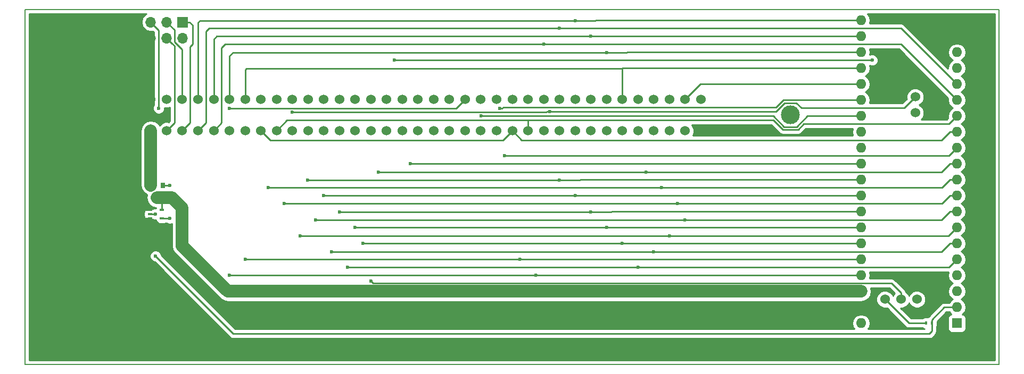
<source format=gbr>
G04 #@! TF.FileFunction,Copper,L1,Top,Signal*
%FSLAX46Y46*%
G04 Gerber Fmt 4.6, Leading zero omitted, Abs format (unit mm)*
G04 Created by KiCad (PCBNEW 4.0.4-stable) date 11/18/18 17:44:52*
%MOMM*%
%LPD*%
G01*
G04 APERTURE LIST*
%ADD10C,0.100000*%
%ADD11C,0.150000*%
%ADD12C,1.524000*%
%ADD13R,1.700000X1.700000*%
%ADD14O,1.700000X1.700000*%
%ADD15R,0.800000X0.900000*%
%ADD16R,0.400000X0.600000*%
%ADD17R,0.650000X0.400000*%
%ADD18R,1.600000X1.600000*%
%ADD19O,1.600000X1.600000*%
%ADD20C,3.000000*%
%ADD21C,0.600000*%
%ADD22C,0.250000*%
%ADD23C,2.000000*%
%ADD24C,0.254000*%
G04 APERTURE END LIST*
D10*
D11*
X225200000Y-69800000D02*
X225200000Y-126400000D01*
X70200000Y-69800000D02*
X225200000Y-69800000D01*
X70200000Y-126400000D02*
X70200000Y-69800000D01*
X225200000Y-126400000D02*
X70200000Y-126400000D01*
D12*
X177741350Y-89107334D03*
X175241350Y-89107334D03*
X172741350Y-89107334D03*
X170241350Y-89107334D03*
X167741350Y-89107334D03*
X165241350Y-89107334D03*
X162741350Y-89107334D03*
X160241350Y-89107334D03*
X157741350Y-89107334D03*
X155241350Y-89107334D03*
X152741350Y-89107334D03*
X150241350Y-89107334D03*
X147741350Y-89107334D03*
X145241350Y-89107334D03*
X142741350Y-89107334D03*
X140241350Y-89107334D03*
X137741350Y-89107334D03*
X135241350Y-89107334D03*
X132741350Y-89107334D03*
X130241350Y-89107334D03*
X127741350Y-89107334D03*
X125241350Y-89107334D03*
X122741350Y-89107334D03*
X120241350Y-89107334D03*
X117741350Y-89107334D03*
X115241350Y-89107334D03*
X112741350Y-89107334D03*
X110241350Y-89107334D03*
X107741350Y-89107334D03*
X105241350Y-89107334D03*
X102741350Y-89107334D03*
X100241350Y-89107334D03*
X97741350Y-89107334D03*
X95241350Y-89107334D03*
X92741350Y-89107334D03*
X90241350Y-89107334D03*
X177741350Y-84107334D03*
X175241350Y-84107334D03*
X172741350Y-84107334D03*
X170241350Y-84107334D03*
X167741350Y-84107334D03*
X165241350Y-84107334D03*
X162741350Y-84107334D03*
X160241350Y-84107334D03*
X157741350Y-84107334D03*
X155241350Y-84107334D03*
X152741350Y-84107334D03*
X150241350Y-84107334D03*
X147741350Y-84107334D03*
X145241350Y-84107334D03*
X142741350Y-84107334D03*
X140241350Y-84107334D03*
X137741350Y-84107334D03*
X135241350Y-84107334D03*
X132741350Y-84107334D03*
X130241350Y-84107334D03*
X127741350Y-84107334D03*
X125241350Y-84107334D03*
X122741350Y-84107334D03*
X120241350Y-84107334D03*
X117741350Y-84107334D03*
X115241350Y-84107334D03*
X112741350Y-84107334D03*
X110241350Y-84107334D03*
X107741350Y-84107334D03*
X105241350Y-84107334D03*
X102741350Y-84107334D03*
X100241350Y-84107334D03*
X97741350Y-84107334D03*
X95241350Y-84107334D03*
X92741350Y-84107334D03*
X90241350Y-84107334D03*
D13*
X95291350Y-71807334D03*
D14*
X95291350Y-74347334D03*
X92751350Y-71807334D03*
X92751350Y-74347334D03*
X90211350Y-71807334D03*
X90211350Y-74347334D03*
D15*
X92141350Y-97807334D03*
X90241350Y-97807334D03*
X91191350Y-99807334D03*
D16*
X213600000Y-119800000D03*
X214500000Y-119800000D03*
D17*
X90091350Y-101757334D03*
X90091350Y-103057334D03*
X90091350Y-102407334D03*
X91991350Y-103057334D03*
X91991350Y-101757334D03*
D18*
X218466350Y-119807334D03*
D19*
X203226350Y-71547334D03*
X218466350Y-117267334D03*
X203226350Y-74087334D03*
X218466350Y-114727334D03*
X203226350Y-76627334D03*
X218466350Y-112187334D03*
X203226350Y-79167334D03*
X218466350Y-109647334D03*
X203226350Y-81707334D03*
X218466350Y-107107334D03*
X203226350Y-84247334D03*
X218466350Y-104567334D03*
X203226350Y-86787334D03*
X218466350Y-102027334D03*
X203226350Y-89327334D03*
X218466350Y-99487334D03*
X203226350Y-91867334D03*
X218466350Y-96947334D03*
X203226350Y-94407334D03*
X218466350Y-94407334D03*
X203226350Y-96947334D03*
X218466350Y-91867334D03*
X203226350Y-99487334D03*
X218466350Y-89327334D03*
X203226350Y-102027334D03*
X218466350Y-86787334D03*
X203226350Y-104567334D03*
X218466350Y-84247334D03*
X203226350Y-107107334D03*
X218466350Y-81707334D03*
X203226350Y-109647334D03*
X218466350Y-79167334D03*
X203226350Y-112187334D03*
X218466350Y-76627334D03*
X203226350Y-114727334D03*
X218466350Y-74087334D03*
X203226350Y-117267334D03*
X218466350Y-71547334D03*
X203226350Y-119807334D03*
D12*
X207036350Y-115997334D03*
X209576350Y-115997334D03*
X212116350Y-115997334D03*
X214656350Y-115997334D03*
X211862350Y-86279334D03*
X211862350Y-83739334D03*
X211862350Y-81199334D03*
D20*
X192000000Y-86600000D03*
X76000000Y-86600000D03*
D21*
X91490000Y-85520000D03*
X102730000Y-85520000D03*
X116491350Y-103307334D03*
X175241350Y-103307334D03*
X113991350Y-105907334D03*
X172741354Y-105907334D03*
X118991350Y-108382334D03*
X170241350Y-108382334D03*
X121491350Y-110907334D03*
X167741350Y-110907334D03*
X123991350Y-107107334D03*
X165241350Y-107107334D03*
X122741350Y-104557334D03*
X162741350Y-104557334D03*
X120241350Y-102032334D03*
X160241350Y-102032334D03*
X117741350Y-99482334D03*
X157741350Y-99482334D03*
X115191350Y-96957334D03*
X155241350Y-96957334D03*
X112741350Y-86157334D03*
X153672862Y-86057344D03*
X145773019Y-85522901D03*
X142766350Y-86782350D03*
X128991350Y-77882334D03*
X204991350Y-77882334D03*
X125241350Y-113057334D03*
X105241350Y-109632334D03*
X148991350Y-109632334D03*
X102741350Y-112182334D03*
X151491350Y-112182334D03*
X152741350Y-75357334D03*
X155241350Y-72807334D03*
X111491348Y-100757334D03*
X173991350Y-100757334D03*
X108941350Y-98207334D03*
X171491350Y-98207334D03*
X126441350Y-95682334D03*
X168991350Y-95682334D03*
X162741350Y-76632334D03*
X160241350Y-74082334D03*
X157741350Y-71557334D03*
X146491350Y-93132334D03*
X131491350Y-94407334D03*
X93241350Y-103057334D03*
X93241350Y-97807334D03*
X90991350Y-102407334D03*
X90991350Y-109107334D03*
D22*
X95291350Y-71807334D02*
X96391350Y-71807334D01*
X96491350Y-87857334D02*
X95241350Y-89107334D01*
X96391350Y-71807334D02*
X96866350Y-72282334D01*
X96866350Y-72282334D02*
X96866350Y-75357334D01*
X96866350Y-75357334D02*
X96491350Y-75732334D01*
X96491350Y-75732334D02*
X96491350Y-87857334D01*
X92751350Y-71807334D02*
X94016350Y-73072334D01*
X94016350Y-73072334D02*
X94016350Y-74957334D01*
X94016350Y-74957334D02*
X95241350Y-76182334D01*
X95241350Y-76182334D02*
X95241350Y-84107334D01*
X92741350Y-89107334D02*
X93991350Y-87857334D01*
X93991350Y-87857334D02*
X93991350Y-75587334D01*
X93991350Y-75587334D02*
X93601349Y-75197333D01*
X93601349Y-75197333D02*
X92751350Y-74347334D01*
X140241350Y-84107334D02*
X138818684Y-85530000D01*
X138818684Y-85530000D02*
X102740000Y-85530000D01*
X102740000Y-85530000D02*
X102730000Y-85520000D01*
X90211350Y-71807334D02*
X91490000Y-73085984D01*
X91490000Y-73085984D02*
X91490000Y-85095736D01*
X91490000Y-85095736D02*
X91490000Y-85520000D01*
X90091350Y-103057334D02*
X89166350Y-103057334D01*
X90091350Y-101757334D02*
X89216350Y-101757334D01*
X90091350Y-101757334D02*
X90091350Y-101307334D01*
X90091350Y-101307334D02*
X89491350Y-100707334D01*
X178516350Y-103307334D02*
X175241350Y-103307334D01*
X175241350Y-103307334D02*
X116491350Y-103307334D01*
X216054980Y-103307334D02*
X178516350Y-103307334D01*
X218466350Y-102027334D02*
X217334980Y-102027334D01*
X217334980Y-102027334D02*
X216054980Y-103307334D01*
X176440618Y-105907334D02*
X172741354Y-105907334D01*
X172741354Y-105907334D02*
X113991350Y-105907334D01*
X173165618Y-105907334D02*
X172741354Y-105907334D01*
X217126350Y-105907334D02*
X176440618Y-105907334D01*
X218466350Y-104567334D02*
X217126350Y-105907334D01*
X173516350Y-108382334D02*
X170241350Y-108382334D01*
X170241350Y-108382334D02*
X118991350Y-108382334D01*
X216059980Y-108382334D02*
X173516350Y-108382334D01*
X218466350Y-107107334D02*
X217334980Y-107107334D01*
X217334980Y-107107334D02*
X216059980Y-108382334D01*
X171016350Y-110907334D02*
X167741350Y-110907334D01*
X167741350Y-110907334D02*
X121491350Y-110907334D01*
X217206350Y-110907334D02*
X171016350Y-110907334D01*
X218466350Y-109647334D02*
X217206350Y-110907334D01*
X168516350Y-107107334D02*
X165241350Y-107107334D01*
X165241350Y-107107334D02*
X123991350Y-107107334D01*
X203226350Y-107107334D02*
X168516350Y-107107334D01*
X166026350Y-104567334D02*
X166016350Y-104557334D01*
X166016350Y-104557334D02*
X162741350Y-104557334D01*
X162741350Y-104557334D02*
X122741350Y-104557334D01*
X203226350Y-104567334D02*
X166026350Y-104567334D01*
X162751350Y-104567334D02*
X162741350Y-104557334D01*
X163521350Y-102027334D02*
X163516350Y-102032334D01*
X163516350Y-102032334D02*
X160241350Y-102032334D01*
X160241350Y-102032334D02*
X120241350Y-102032334D01*
X203226350Y-102027334D02*
X163521350Y-102027334D01*
X160246350Y-102027334D02*
X160241350Y-102032334D01*
X161021350Y-99487334D02*
X161016350Y-99482334D01*
X161016350Y-99482334D02*
X157741350Y-99482334D01*
X157741350Y-99482334D02*
X117741350Y-99482334D01*
X203226350Y-99487334D02*
X161021350Y-99487334D01*
X157746350Y-99487334D02*
X157741350Y-99482334D01*
X158526350Y-96947334D02*
X158516350Y-96957334D01*
X158516350Y-96957334D02*
X155241350Y-96957334D01*
X155241350Y-96957334D02*
X115191350Y-96957334D01*
X203226350Y-96947334D02*
X158526350Y-96947334D01*
X155251350Y-96947334D02*
X155241350Y-96957334D01*
X211862350Y-83739334D02*
X210094350Y-85507334D01*
X210094350Y-85507334D02*
X193746274Y-85507334D01*
X193746274Y-85507334D02*
X192946274Y-84707334D01*
X192946274Y-84707334D02*
X191011428Y-84707334D01*
X191011428Y-84707334D02*
X189661418Y-86057344D01*
X189661418Y-86057344D02*
X154097126Y-86057344D01*
X154097126Y-86057344D02*
X153672862Y-86057344D01*
X153148608Y-86157334D02*
X112741350Y-86157334D01*
X153248598Y-86057344D02*
X153148608Y-86157334D01*
X153672862Y-86057344D02*
X153248598Y-86057344D01*
X218466350Y-86787334D02*
X217196350Y-88057334D01*
X217196350Y-88057334D02*
X194107685Y-88057334D01*
X194107685Y-88057334D02*
X193228673Y-88936346D01*
X193228673Y-88936346D02*
X190754029Y-88936346D01*
X190754029Y-88936346D02*
X189250017Y-87432334D01*
X189250017Y-87432334D02*
X178041350Y-87432334D01*
X178041350Y-87432334D02*
X150241350Y-87432334D01*
X150241350Y-89107334D02*
X150241350Y-88029704D01*
X150241350Y-88029704D02*
X150241350Y-87432334D01*
X150241350Y-87432334D02*
X111891350Y-87432334D01*
X111891350Y-87432334D02*
X110241350Y-89082334D01*
X110241350Y-89082334D02*
X110241350Y-89107334D01*
X218466350Y-89327334D02*
X217334980Y-89327334D01*
X217334980Y-89327334D02*
X216054980Y-90607334D01*
X216054980Y-90607334D02*
X149241350Y-90607334D01*
X149241350Y-90607334D02*
X147741350Y-89107334D01*
X147741350Y-89107334D02*
X146241350Y-90607334D01*
X146241350Y-90607334D02*
X109241350Y-90607334D01*
X109241350Y-90607334D02*
X107741350Y-89107334D01*
X203226350Y-84247334D02*
X190835017Y-84247334D01*
X190835017Y-84247334D02*
X189652770Y-85429581D01*
X189652770Y-85429581D02*
X146290603Y-85429581D01*
X146290603Y-85429581D02*
X146197283Y-85522901D01*
X146197283Y-85522901D02*
X145773019Y-85522901D01*
X203226350Y-86787334D02*
X194666274Y-86787334D01*
X143190614Y-86782350D02*
X142766350Y-86782350D01*
X194666274Y-86787334D02*
X192967273Y-88486335D01*
X192967273Y-88486335D02*
X190965429Y-88486335D01*
X190965429Y-88486335D02*
X189261444Y-86782350D01*
X189261444Y-86782350D02*
X143190614Y-86782350D01*
X132266350Y-77882334D02*
X128991350Y-77882334D01*
X204991350Y-77882334D02*
X132266350Y-77882334D01*
X209576350Y-115997334D02*
X209576350Y-114919704D01*
X209576350Y-114919704D02*
X208063980Y-113407334D01*
X208063980Y-113407334D02*
X203780197Y-113407334D01*
X125586340Y-113402324D02*
X125241350Y-113057334D01*
X203780197Y-113407334D02*
X203775187Y-113402324D01*
X203775187Y-113402324D02*
X125586340Y-113402324D01*
X152281350Y-109647334D02*
X152266350Y-109632334D01*
X152266350Y-109632334D02*
X148991350Y-109632334D01*
X148991350Y-109632334D02*
X105241350Y-109632334D01*
X203226350Y-109647334D02*
X152281350Y-109647334D01*
X149006350Y-109647334D02*
X148991350Y-109632334D01*
X154771350Y-112187334D02*
X154766350Y-112182334D01*
X154766350Y-112182334D02*
X151491350Y-112182334D01*
X151491350Y-112182334D02*
X102741350Y-112182334D01*
X203226350Y-112187334D02*
X154771350Y-112187334D01*
X151496350Y-112187334D02*
X151491350Y-112182334D01*
X156016350Y-75357334D02*
X152741350Y-75357334D01*
X101491350Y-75907334D02*
X101491350Y-87857334D01*
X101491350Y-87857334D02*
X100241350Y-89107334D01*
X102041350Y-75357334D02*
X101491350Y-75907334D01*
X152741350Y-75357334D02*
X102041350Y-75357334D01*
X209576350Y-75357334D02*
X156016350Y-75357334D01*
X218466350Y-84247334D02*
X209576350Y-75357334D01*
X158516350Y-72807334D02*
X155241350Y-72807334D01*
X98991350Y-73307334D02*
X98991350Y-87857334D01*
X98991350Y-87857334D02*
X97741350Y-89107334D01*
X99491350Y-72807334D02*
X98991350Y-73307334D01*
X155241350Y-72807334D02*
X99491350Y-72807334D01*
X209566350Y-72807334D02*
X158516350Y-72807334D01*
X218466350Y-81707334D02*
X209566350Y-72807334D01*
D23*
X90241350Y-89107334D02*
X90241350Y-97807334D01*
D22*
X203226350Y-81707334D02*
X177641350Y-81707334D01*
X177641350Y-81707334D02*
X175241350Y-84107334D01*
X177266350Y-100757334D02*
X173991350Y-100757334D01*
X173991350Y-100757334D02*
X111491348Y-100757334D01*
X216064980Y-100757334D02*
X177266350Y-100757334D01*
X218466350Y-99487334D02*
X217334980Y-99487334D01*
X217334980Y-99487334D02*
X216064980Y-100757334D01*
X174766350Y-98207334D02*
X171491350Y-98207334D01*
X171491350Y-98207334D02*
X108941350Y-98207334D01*
X216074980Y-98207334D02*
X174766350Y-98207334D01*
X218466350Y-96947334D02*
X217334980Y-96947334D01*
X217334980Y-96947334D02*
X216074980Y-98207334D01*
X172266350Y-95682334D02*
X168991350Y-95682334D01*
X168991350Y-95682334D02*
X126441350Y-95682334D01*
X216059980Y-95682334D02*
X172266350Y-95682334D01*
X218466350Y-94407334D02*
X217334980Y-94407334D01*
X217334980Y-94407334D02*
X216059980Y-95682334D01*
X165241350Y-79182334D02*
X165229016Y-79170000D01*
X165229016Y-79170000D02*
X105428684Y-79170000D01*
X105428684Y-79170000D02*
X105241350Y-79357334D01*
X105241350Y-79357334D02*
X105241350Y-84107334D01*
X203226350Y-79167334D02*
X165256350Y-79167334D01*
X165256350Y-79167334D02*
X165241350Y-79182334D01*
X165241350Y-84107334D02*
X165241350Y-79182334D01*
X166021350Y-76627334D02*
X166016350Y-76632334D01*
X166016350Y-76632334D02*
X162741350Y-76632334D01*
X162741350Y-76632334D02*
X103291350Y-76632334D01*
X103291350Y-76632334D02*
X102741350Y-77182334D01*
X102741350Y-77182334D02*
X102741350Y-84107334D01*
X203226350Y-76627334D02*
X166021350Y-76627334D01*
X162746350Y-76627334D02*
X162741350Y-76632334D01*
X163521350Y-74087334D02*
X163516350Y-74082334D01*
X163516350Y-74082334D02*
X160241350Y-74082334D01*
X160241350Y-74082334D02*
X100741350Y-74082334D01*
X100741350Y-74082334D02*
X100241350Y-74582334D01*
X100241350Y-74582334D02*
X100241350Y-84107334D01*
X203226350Y-74087334D02*
X163521350Y-74087334D01*
X160246350Y-74087334D02*
X160241350Y-74082334D01*
X161026350Y-71547334D02*
X161016350Y-71557334D01*
X161016350Y-71557334D02*
X157741350Y-71557334D01*
X157741350Y-71557334D02*
X98041350Y-71557334D01*
X98041350Y-71557334D02*
X97741350Y-71857334D01*
X97741350Y-71857334D02*
X97741350Y-72207334D01*
X97741350Y-72207334D02*
X97741350Y-84107334D01*
X203226350Y-71547334D02*
X161026350Y-71547334D01*
X157751350Y-71547334D02*
X157741350Y-71557334D01*
X149766350Y-93132334D02*
X146491350Y-93132334D01*
X217201350Y-93132334D02*
X149766350Y-93132334D01*
X218466350Y-91867334D02*
X217201350Y-93132334D01*
X203226350Y-94407334D02*
X134766350Y-94407334D01*
X134766350Y-94407334D02*
X131491350Y-94407334D01*
X93241350Y-103057334D02*
X91991350Y-103057334D01*
X92141350Y-97807334D02*
X93241350Y-97807334D01*
D23*
X203226350Y-114727334D02*
X102461350Y-114727334D01*
X102461350Y-114727334D02*
X95191350Y-107457334D01*
X95191350Y-107457334D02*
X95191350Y-101407334D01*
X95191350Y-101407334D02*
X93591350Y-99807334D01*
X93591350Y-99807334D02*
X91191350Y-99807334D01*
D22*
X91991350Y-101757334D02*
X91991350Y-100607334D01*
X91991350Y-100607334D02*
X91191350Y-99807334D01*
X213600000Y-119800000D02*
X210839016Y-119800000D01*
X210839016Y-119800000D02*
X207036350Y-115997334D01*
X214500000Y-119800000D02*
X214500000Y-119250000D01*
X214500000Y-119250000D02*
X216482666Y-117267334D01*
X216482666Y-117267334D02*
X218466350Y-117267334D01*
X214091350Y-121482334D02*
X214500000Y-121073684D01*
X214500000Y-121073684D02*
X214500000Y-120350000D01*
X214500000Y-120350000D02*
X214500000Y-119800000D01*
X214091350Y-121482334D02*
X103366350Y-121482334D01*
X103366350Y-121482334D02*
X90991350Y-109107334D01*
X90991350Y-102407334D02*
X90091350Y-102407334D01*
D24*
G36*
X89161296Y-70728187D02*
X88839389Y-71209956D01*
X88726350Y-71778241D01*
X88726350Y-71836427D01*
X88839389Y-72404712D01*
X89161296Y-72886481D01*
X89643065Y-73208388D01*
X90211350Y-73321427D01*
X90577758Y-73248544D01*
X90730000Y-73400786D01*
X90730000Y-84957537D01*
X90697808Y-84989673D01*
X90555162Y-85333201D01*
X90554838Y-85705167D01*
X90696883Y-86048943D01*
X90959673Y-86312192D01*
X91303201Y-86454838D01*
X91675167Y-86455162D01*
X92018943Y-86313117D01*
X92282192Y-86050327D01*
X92424838Y-85706799D01*
X92425028Y-85488635D01*
X92462250Y-85504091D01*
X93018011Y-85504576D01*
X93231350Y-85416426D01*
X93231350Y-87542532D01*
X93050731Y-87723151D01*
X93020450Y-87710577D01*
X92464689Y-87710092D01*
X91951047Y-87922324D01*
X91607390Y-88265382D01*
X91397470Y-87951214D01*
X90867037Y-87596791D01*
X90241350Y-87472334D01*
X89615663Y-87596791D01*
X89085230Y-87951214D01*
X88730807Y-88481647D01*
X88606350Y-89107334D01*
X88606350Y-97807334D01*
X88730807Y-98433021D01*
X89085230Y-98963454D01*
X89615663Y-99317877D01*
X89652261Y-99325157D01*
X89556350Y-99807334D01*
X89680807Y-100433021D01*
X90035230Y-100963454D01*
X90565663Y-101317877D01*
X91047973Y-101413815D01*
X91036115Y-101472372D01*
X90806183Y-101472172D01*
X90535489Y-101584020D01*
X90416350Y-101559894D01*
X89766350Y-101559894D01*
X89531033Y-101604172D01*
X89314909Y-101743244D01*
X89169919Y-101955444D01*
X89118910Y-102207334D01*
X89118910Y-102607334D01*
X89163188Y-102842651D01*
X89302260Y-103058775D01*
X89514460Y-103203765D01*
X89766350Y-103254774D01*
X90416350Y-103254774D01*
X90538653Y-103231761D01*
X90804551Y-103342172D01*
X91034911Y-103342373D01*
X91063188Y-103492651D01*
X91202260Y-103708775D01*
X91414460Y-103853765D01*
X91666350Y-103904774D01*
X92316350Y-103904774D01*
X92551667Y-103860496D01*
X92618743Y-103817334D01*
X92678887Y-103817334D01*
X92711023Y-103849526D01*
X93054551Y-103992172D01*
X93426517Y-103992496D01*
X93556350Y-103938850D01*
X93556350Y-107457329D01*
X93556349Y-107457334D01*
X93680807Y-108083022D01*
X94035230Y-108613454D01*
X101305228Y-115883451D01*
X101305230Y-115883454D01*
X101722605Y-116162334D01*
X101835663Y-116237877D01*
X102461350Y-116362335D01*
X102461355Y-116362334D01*
X203226350Y-116362334D01*
X203852037Y-116237877D01*
X204382470Y-115883454D01*
X204736893Y-115353021D01*
X204861350Y-114727334D01*
X204749959Y-114167334D01*
X207749178Y-114167334D01*
X208589936Y-115008092D01*
X208392721Y-115204964D01*
X208306401Y-115412846D01*
X208221360Y-115207031D01*
X207828720Y-114813705D01*
X207315450Y-114600577D01*
X206759689Y-114600092D01*
X206246047Y-114812324D01*
X205852721Y-115204964D01*
X205639593Y-115718234D01*
X205639108Y-116273995D01*
X205851340Y-116787637D01*
X206243980Y-117180963D01*
X206757250Y-117394091D01*
X207313011Y-117394576D01*
X207345405Y-117381191D01*
X210301615Y-120337401D01*
X210548177Y-120502148D01*
X210839016Y-120560000D01*
X212948437Y-120560000D01*
X213148110Y-120696431D01*
X213276023Y-120722334D01*
X204335777Y-120722334D01*
X204580230Y-120356485D01*
X204689463Y-119807334D01*
X204580230Y-119258183D01*
X204269161Y-118792636D01*
X203803614Y-118481567D01*
X203254463Y-118372334D01*
X203198237Y-118372334D01*
X202649086Y-118481567D01*
X202183539Y-118792636D01*
X201872470Y-119258183D01*
X201763237Y-119807334D01*
X201872470Y-120356485D01*
X202116923Y-120722334D01*
X103681152Y-120722334D01*
X91926472Y-108967654D01*
X91926512Y-108922167D01*
X91784467Y-108578391D01*
X91521677Y-108315142D01*
X91178149Y-108172496D01*
X90806183Y-108172172D01*
X90462407Y-108314217D01*
X90199158Y-108577007D01*
X90056512Y-108920535D01*
X90056188Y-109292501D01*
X90198233Y-109636277D01*
X90461023Y-109899526D01*
X90804551Y-110042172D01*
X90851427Y-110042213D01*
X102828949Y-122019735D01*
X103075511Y-122184482D01*
X103366350Y-122242334D01*
X214091350Y-122242334D01*
X214382189Y-122184482D01*
X214628751Y-122019735D01*
X215037401Y-121611085D01*
X215202148Y-121364524D01*
X215260000Y-121073684D01*
X215260000Y-120405209D01*
X215296431Y-120351890D01*
X215347440Y-120100000D01*
X215347440Y-119500000D01*
X215343855Y-119480947D01*
X216797468Y-118027334D01*
X217253355Y-118027334D01*
X217423539Y-118282032D01*
X217567815Y-118378435D01*
X217431033Y-118404172D01*
X217214909Y-118543244D01*
X217069919Y-118755444D01*
X217018910Y-119007334D01*
X217018910Y-120607334D01*
X217063188Y-120842651D01*
X217202260Y-121058775D01*
X217414460Y-121203765D01*
X217666350Y-121254774D01*
X219266350Y-121254774D01*
X219501667Y-121210496D01*
X219717791Y-121071424D01*
X219862781Y-120859224D01*
X219913790Y-120607334D01*
X219913790Y-119007334D01*
X219869512Y-118772017D01*
X219730440Y-118555893D01*
X219518240Y-118410903D01*
X219363261Y-118379519D01*
X219509161Y-118282032D01*
X219820230Y-117816485D01*
X219929463Y-117267334D01*
X219820230Y-116718183D01*
X219509161Y-116252636D01*
X219127075Y-115997334D01*
X219509161Y-115742032D01*
X219820230Y-115276485D01*
X219929463Y-114727334D01*
X219820230Y-114178183D01*
X219509161Y-113712636D01*
X219127075Y-113457334D01*
X219509161Y-113202032D01*
X219820230Y-112736485D01*
X219929463Y-112187334D01*
X219820230Y-111638183D01*
X219509161Y-111172636D01*
X219127075Y-110917334D01*
X219509161Y-110662032D01*
X219820230Y-110196485D01*
X219929463Y-109647334D01*
X219820230Y-109098183D01*
X219509161Y-108632636D01*
X219127075Y-108377334D01*
X219509161Y-108122032D01*
X219820230Y-107656485D01*
X219929463Y-107107334D01*
X219820230Y-106558183D01*
X219509161Y-106092636D01*
X219127075Y-105837334D01*
X219509161Y-105582032D01*
X219820230Y-105116485D01*
X219929463Y-104567334D01*
X219820230Y-104018183D01*
X219509161Y-103552636D01*
X219127075Y-103297334D01*
X219509161Y-103042032D01*
X219820230Y-102576485D01*
X219929463Y-102027334D01*
X219820230Y-101478183D01*
X219509161Y-101012636D01*
X219127075Y-100757334D01*
X219509161Y-100502032D01*
X219820230Y-100036485D01*
X219929463Y-99487334D01*
X219820230Y-98938183D01*
X219509161Y-98472636D01*
X219127075Y-98217334D01*
X219509161Y-97962032D01*
X219820230Y-97496485D01*
X219929463Y-96947334D01*
X219820230Y-96398183D01*
X219509161Y-95932636D01*
X219127075Y-95677334D01*
X219509161Y-95422032D01*
X219820230Y-94956485D01*
X219929463Y-94407334D01*
X219820230Y-93858183D01*
X219509161Y-93392636D01*
X219127075Y-93137334D01*
X219509161Y-92882032D01*
X219820230Y-92416485D01*
X219929463Y-91867334D01*
X219820230Y-91318183D01*
X219509161Y-90852636D01*
X219127075Y-90597334D01*
X219509161Y-90342032D01*
X219820230Y-89876485D01*
X219929463Y-89327334D01*
X219820230Y-88778183D01*
X219509161Y-88312636D01*
X219127075Y-88057334D01*
X219509161Y-87802032D01*
X219820230Y-87336485D01*
X219929463Y-86787334D01*
X219820230Y-86238183D01*
X219509161Y-85772636D01*
X219127075Y-85517334D01*
X219509161Y-85262032D01*
X219820230Y-84796485D01*
X219929463Y-84247334D01*
X219820230Y-83698183D01*
X219509161Y-83232636D01*
X219127075Y-82977334D01*
X219509161Y-82722032D01*
X219820230Y-82256485D01*
X219929463Y-81707334D01*
X219820230Y-81158183D01*
X219509161Y-80692636D01*
X219127075Y-80437334D01*
X219509161Y-80182032D01*
X219820230Y-79716485D01*
X219929463Y-79167334D01*
X219820230Y-78618183D01*
X219509161Y-78152636D01*
X219127075Y-77897334D01*
X219509161Y-77642032D01*
X219820230Y-77176485D01*
X219929463Y-76627334D01*
X219820230Y-76078183D01*
X219509161Y-75612636D01*
X219043614Y-75301567D01*
X218494463Y-75192334D01*
X218438237Y-75192334D01*
X217889086Y-75301567D01*
X217423539Y-75612636D01*
X217112470Y-76078183D01*
X217003237Y-76627334D01*
X217112470Y-77176485D01*
X217423539Y-77642032D01*
X217805625Y-77897334D01*
X217423539Y-78152636D01*
X217112470Y-78618183D01*
X217003237Y-79167334D01*
X217003755Y-79169937D01*
X210103751Y-72269933D01*
X209857189Y-72105186D01*
X209566350Y-72047334D01*
X204590007Y-72047334D01*
X204689463Y-71547334D01*
X204580230Y-70998183D01*
X204269161Y-70532636D01*
X204235284Y-70510000D01*
X224490000Y-70510000D01*
X224490000Y-125690000D01*
X70910000Y-125690000D01*
X70910000Y-70510000D01*
X89487837Y-70510000D01*
X89161296Y-70728187D01*
X89161296Y-70728187D01*
G37*
X89161296Y-70728187D02*
X88839389Y-71209956D01*
X88726350Y-71778241D01*
X88726350Y-71836427D01*
X88839389Y-72404712D01*
X89161296Y-72886481D01*
X89643065Y-73208388D01*
X90211350Y-73321427D01*
X90577758Y-73248544D01*
X90730000Y-73400786D01*
X90730000Y-84957537D01*
X90697808Y-84989673D01*
X90555162Y-85333201D01*
X90554838Y-85705167D01*
X90696883Y-86048943D01*
X90959673Y-86312192D01*
X91303201Y-86454838D01*
X91675167Y-86455162D01*
X92018943Y-86313117D01*
X92282192Y-86050327D01*
X92424838Y-85706799D01*
X92425028Y-85488635D01*
X92462250Y-85504091D01*
X93018011Y-85504576D01*
X93231350Y-85416426D01*
X93231350Y-87542532D01*
X93050731Y-87723151D01*
X93020450Y-87710577D01*
X92464689Y-87710092D01*
X91951047Y-87922324D01*
X91607390Y-88265382D01*
X91397470Y-87951214D01*
X90867037Y-87596791D01*
X90241350Y-87472334D01*
X89615663Y-87596791D01*
X89085230Y-87951214D01*
X88730807Y-88481647D01*
X88606350Y-89107334D01*
X88606350Y-97807334D01*
X88730807Y-98433021D01*
X89085230Y-98963454D01*
X89615663Y-99317877D01*
X89652261Y-99325157D01*
X89556350Y-99807334D01*
X89680807Y-100433021D01*
X90035230Y-100963454D01*
X90565663Y-101317877D01*
X91047973Y-101413815D01*
X91036115Y-101472372D01*
X90806183Y-101472172D01*
X90535489Y-101584020D01*
X90416350Y-101559894D01*
X89766350Y-101559894D01*
X89531033Y-101604172D01*
X89314909Y-101743244D01*
X89169919Y-101955444D01*
X89118910Y-102207334D01*
X89118910Y-102607334D01*
X89163188Y-102842651D01*
X89302260Y-103058775D01*
X89514460Y-103203765D01*
X89766350Y-103254774D01*
X90416350Y-103254774D01*
X90538653Y-103231761D01*
X90804551Y-103342172D01*
X91034911Y-103342373D01*
X91063188Y-103492651D01*
X91202260Y-103708775D01*
X91414460Y-103853765D01*
X91666350Y-103904774D01*
X92316350Y-103904774D01*
X92551667Y-103860496D01*
X92618743Y-103817334D01*
X92678887Y-103817334D01*
X92711023Y-103849526D01*
X93054551Y-103992172D01*
X93426517Y-103992496D01*
X93556350Y-103938850D01*
X93556350Y-107457329D01*
X93556349Y-107457334D01*
X93680807Y-108083022D01*
X94035230Y-108613454D01*
X101305228Y-115883451D01*
X101305230Y-115883454D01*
X101722605Y-116162334D01*
X101835663Y-116237877D01*
X102461350Y-116362335D01*
X102461355Y-116362334D01*
X203226350Y-116362334D01*
X203852037Y-116237877D01*
X204382470Y-115883454D01*
X204736893Y-115353021D01*
X204861350Y-114727334D01*
X204749959Y-114167334D01*
X207749178Y-114167334D01*
X208589936Y-115008092D01*
X208392721Y-115204964D01*
X208306401Y-115412846D01*
X208221360Y-115207031D01*
X207828720Y-114813705D01*
X207315450Y-114600577D01*
X206759689Y-114600092D01*
X206246047Y-114812324D01*
X205852721Y-115204964D01*
X205639593Y-115718234D01*
X205639108Y-116273995D01*
X205851340Y-116787637D01*
X206243980Y-117180963D01*
X206757250Y-117394091D01*
X207313011Y-117394576D01*
X207345405Y-117381191D01*
X210301615Y-120337401D01*
X210548177Y-120502148D01*
X210839016Y-120560000D01*
X212948437Y-120560000D01*
X213148110Y-120696431D01*
X213276023Y-120722334D01*
X204335777Y-120722334D01*
X204580230Y-120356485D01*
X204689463Y-119807334D01*
X204580230Y-119258183D01*
X204269161Y-118792636D01*
X203803614Y-118481567D01*
X203254463Y-118372334D01*
X203198237Y-118372334D01*
X202649086Y-118481567D01*
X202183539Y-118792636D01*
X201872470Y-119258183D01*
X201763237Y-119807334D01*
X201872470Y-120356485D01*
X202116923Y-120722334D01*
X103681152Y-120722334D01*
X91926472Y-108967654D01*
X91926512Y-108922167D01*
X91784467Y-108578391D01*
X91521677Y-108315142D01*
X91178149Y-108172496D01*
X90806183Y-108172172D01*
X90462407Y-108314217D01*
X90199158Y-108577007D01*
X90056512Y-108920535D01*
X90056188Y-109292501D01*
X90198233Y-109636277D01*
X90461023Y-109899526D01*
X90804551Y-110042172D01*
X90851427Y-110042213D01*
X102828949Y-122019735D01*
X103075511Y-122184482D01*
X103366350Y-122242334D01*
X214091350Y-122242334D01*
X214382189Y-122184482D01*
X214628751Y-122019735D01*
X215037401Y-121611085D01*
X215202148Y-121364524D01*
X215260000Y-121073684D01*
X215260000Y-120405209D01*
X215296431Y-120351890D01*
X215347440Y-120100000D01*
X215347440Y-119500000D01*
X215343855Y-119480947D01*
X216797468Y-118027334D01*
X217253355Y-118027334D01*
X217423539Y-118282032D01*
X217567815Y-118378435D01*
X217431033Y-118404172D01*
X217214909Y-118543244D01*
X217069919Y-118755444D01*
X217018910Y-119007334D01*
X217018910Y-120607334D01*
X217063188Y-120842651D01*
X217202260Y-121058775D01*
X217414460Y-121203765D01*
X217666350Y-121254774D01*
X219266350Y-121254774D01*
X219501667Y-121210496D01*
X219717791Y-121071424D01*
X219862781Y-120859224D01*
X219913790Y-120607334D01*
X219913790Y-119007334D01*
X219869512Y-118772017D01*
X219730440Y-118555893D01*
X219518240Y-118410903D01*
X219363261Y-118379519D01*
X219509161Y-118282032D01*
X219820230Y-117816485D01*
X219929463Y-117267334D01*
X219820230Y-116718183D01*
X219509161Y-116252636D01*
X219127075Y-115997334D01*
X219509161Y-115742032D01*
X219820230Y-115276485D01*
X219929463Y-114727334D01*
X219820230Y-114178183D01*
X219509161Y-113712636D01*
X219127075Y-113457334D01*
X219509161Y-113202032D01*
X219820230Y-112736485D01*
X219929463Y-112187334D01*
X219820230Y-111638183D01*
X219509161Y-111172636D01*
X219127075Y-110917334D01*
X219509161Y-110662032D01*
X219820230Y-110196485D01*
X219929463Y-109647334D01*
X219820230Y-109098183D01*
X219509161Y-108632636D01*
X219127075Y-108377334D01*
X219509161Y-108122032D01*
X219820230Y-107656485D01*
X219929463Y-107107334D01*
X219820230Y-106558183D01*
X219509161Y-106092636D01*
X219127075Y-105837334D01*
X219509161Y-105582032D01*
X219820230Y-105116485D01*
X219929463Y-104567334D01*
X219820230Y-104018183D01*
X219509161Y-103552636D01*
X219127075Y-103297334D01*
X219509161Y-103042032D01*
X219820230Y-102576485D01*
X219929463Y-102027334D01*
X219820230Y-101478183D01*
X219509161Y-101012636D01*
X219127075Y-100757334D01*
X219509161Y-100502032D01*
X219820230Y-100036485D01*
X219929463Y-99487334D01*
X219820230Y-98938183D01*
X219509161Y-98472636D01*
X219127075Y-98217334D01*
X219509161Y-97962032D01*
X219820230Y-97496485D01*
X219929463Y-96947334D01*
X219820230Y-96398183D01*
X219509161Y-95932636D01*
X219127075Y-95677334D01*
X219509161Y-95422032D01*
X219820230Y-94956485D01*
X219929463Y-94407334D01*
X219820230Y-93858183D01*
X219509161Y-93392636D01*
X219127075Y-93137334D01*
X219509161Y-92882032D01*
X219820230Y-92416485D01*
X219929463Y-91867334D01*
X219820230Y-91318183D01*
X219509161Y-90852636D01*
X219127075Y-90597334D01*
X219509161Y-90342032D01*
X219820230Y-89876485D01*
X219929463Y-89327334D01*
X219820230Y-88778183D01*
X219509161Y-88312636D01*
X219127075Y-88057334D01*
X219509161Y-87802032D01*
X219820230Y-87336485D01*
X219929463Y-86787334D01*
X219820230Y-86238183D01*
X219509161Y-85772636D01*
X219127075Y-85517334D01*
X219509161Y-85262032D01*
X219820230Y-84796485D01*
X219929463Y-84247334D01*
X219820230Y-83698183D01*
X219509161Y-83232636D01*
X219127075Y-82977334D01*
X219509161Y-82722032D01*
X219820230Y-82256485D01*
X219929463Y-81707334D01*
X219820230Y-81158183D01*
X219509161Y-80692636D01*
X219127075Y-80437334D01*
X219509161Y-80182032D01*
X219820230Y-79716485D01*
X219929463Y-79167334D01*
X219820230Y-78618183D01*
X219509161Y-78152636D01*
X219127075Y-77897334D01*
X219509161Y-77642032D01*
X219820230Y-77176485D01*
X219929463Y-76627334D01*
X219820230Y-76078183D01*
X219509161Y-75612636D01*
X219043614Y-75301567D01*
X218494463Y-75192334D01*
X218438237Y-75192334D01*
X217889086Y-75301567D01*
X217423539Y-75612636D01*
X217112470Y-76078183D01*
X217003237Y-76627334D01*
X217112470Y-77176485D01*
X217423539Y-77642032D01*
X217805625Y-77897334D01*
X217423539Y-78152636D01*
X217112470Y-78618183D01*
X217003237Y-79167334D01*
X217003755Y-79169937D01*
X210103751Y-72269933D01*
X209857189Y-72105186D01*
X209566350Y-72047334D01*
X204590007Y-72047334D01*
X204689463Y-71547334D01*
X204580230Y-70998183D01*
X204269161Y-70532636D01*
X204235284Y-70510000D01*
X224490000Y-70510000D01*
X224490000Y-125690000D01*
X70910000Y-125690000D01*
X70910000Y-70510000D01*
X89487837Y-70510000D01*
X89161296Y-70728187D01*
G36*
X217003237Y-112187334D02*
X217112470Y-112736485D01*
X217423539Y-113202032D01*
X217805625Y-113457334D01*
X217423539Y-113712636D01*
X217112470Y-114178183D01*
X217003237Y-114727334D01*
X217112470Y-115276485D01*
X217423539Y-115742032D01*
X217805625Y-115997334D01*
X217423539Y-116252636D01*
X217253355Y-116507334D01*
X216482666Y-116507334D01*
X216191827Y-116565186D01*
X215945265Y-116729933D01*
X213962599Y-118712599D01*
X213860847Y-118864882D01*
X213800000Y-118852560D01*
X213400000Y-118852560D01*
X213164683Y-118896838D01*
X212948559Y-119035910D01*
X212945764Y-119040000D01*
X211153818Y-119040000D01*
X209508093Y-117394275D01*
X209853011Y-117394576D01*
X210366653Y-117182344D01*
X210759979Y-116789704D01*
X210846299Y-116581822D01*
X210931340Y-116787637D01*
X211323980Y-117180963D01*
X211837250Y-117394091D01*
X212393011Y-117394576D01*
X212906653Y-117182344D01*
X213299979Y-116789704D01*
X213513107Y-116276434D01*
X213513592Y-115720673D01*
X213301360Y-115207031D01*
X212908720Y-114813705D01*
X212395450Y-114600577D01*
X211839689Y-114600092D01*
X211326047Y-114812324D01*
X210932721Y-115204964D01*
X210846401Y-115412846D01*
X210761360Y-115207031D01*
X210368720Y-114813705D01*
X210310453Y-114789510D01*
X210278498Y-114628865D01*
X210113751Y-114382303D01*
X208601381Y-112869933D01*
X208354819Y-112705186D01*
X208063980Y-112647334D01*
X204597963Y-112647334D01*
X204689463Y-112187334D01*
X204586028Y-111667334D01*
X217106672Y-111667334D01*
X217003237Y-112187334D01*
X217003237Y-112187334D01*
G37*
X217003237Y-112187334D02*
X217112470Y-112736485D01*
X217423539Y-113202032D01*
X217805625Y-113457334D01*
X217423539Y-113712636D01*
X217112470Y-114178183D01*
X217003237Y-114727334D01*
X217112470Y-115276485D01*
X217423539Y-115742032D01*
X217805625Y-115997334D01*
X217423539Y-116252636D01*
X217253355Y-116507334D01*
X216482666Y-116507334D01*
X216191827Y-116565186D01*
X215945265Y-116729933D01*
X213962599Y-118712599D01*
X213860847Y-118864882D01*
X213800000Y-118852560D01*
X213400000Y-118852560D01*
X213164683Y-118896838D01*
X212948559Y-119035910D01*
X212945764Y-119040000D01*
X211153818Y-119040000D01*
X209508093Y-117394275D01*
X209853011Y-117394576D01*
X210366653Y-117182344D01*
X210759979Y-116789704D01*
X210846299Y-116581822D01*
X210931340Y-116787637D01*
X211323980Y-117180963D01*
X211837250Y-117394091D01*
X212393011Y-117394576D01*
X212906653Y-117182344D01*
X213299979Y-116789704D01*
X213513107Y-116276434D01*
X213513592Y-115720673D01*
X213301360Y-115207031D01*
X212908720Y-114813705D01*
X212395450Y-114600577D01*
X211839689Y-114600092D01*
X211326047Y-114812324D01*
X210932721Y-115204964D01*
X210846401Y-115412846D01*
X210761360Y-115207031D01*
X210368720Y-114813705D01*
X210310453Y-114789510D01*
X210278498Y-114628865D01*
X210113751Y-114382303D01*
X208601381Y-112869933D01*
X208354819Y-112705186D01*
X208063980Y-112647334D01*
X204597963Y-112647334D01*
X204689463Y-112187334D01*
X204586028Y-111667334D01*
X217106672Y-111667334D01*
X217003237Y-112187334D01*
G36*
X190216628Y-89473747D02*
X190463189Y-89638494D01*
X190754029Y-89696346D01*
X193228673Y-89696346D01*
X193519512Y-89638494D01*
X193766074Y-89473747D01*
X194422487Y-88817334D01*
X201864682Y-88817334D01*
X201763237Y-89327334D01*
X201866672Y-89847334D01*
X176446725Y-89847334D01*
X176638107Y-89386434D01*
X176638592Y-88830673D01*
X176426360Y-88317031D01*
X176301880Y-88192334D01*
X188935215Y-88192334D01*
X190216628Y-89473747D01*
X190216628Y-89473747D01*
G37*
X190216628Y-89473747D02*
X190463189Y-89638494D01*
X190754029Y-89696346D01*
X193228673Y-89696346D01*
X193519512Y-89638494D01*
X193766074Y-89473747D01*
X194422487Y-88817334D01*
X201864682Y-88817334D01*
X201763237Y-89327334D01*
X201866672Y-89847334D01*
X176446725Y-89847334D01*
X176638107Y-89386434D01*
X176638592Y-88830673D01*
X176426360Y-88317031D01*
X176301880Y-88192334D01*
X188935215Y-88192334D01*
X190216628Y-89473747D01*
G36*
X217067662Y-83923448D02*
X217003237Y-84247334D01*
X217112470Y-84796485D01*
X217423539Y-85262032D01*
X217805625Y-85517334D01*
X217423539Y-85772636D01*
X217112470Y-86238183D01*
X217003237Y-86787334D01*
X217067662Y-87111220D01*
X216881548Y-87297334D01*
X212819955Y-87297334D01*
X213045979Y-87071704D01*
X213259107Y-86558434D01*
X213259592Y-86002673D01*
X213047360Y-85489031D01*
X212654720Y-85095705D01*
X212446838Y-85009385D01*
X212652653Y-84924344D01*
X213045979Y-84531704D01*
X213259107Y-84018434D01*
X213259592Y-83462673D01*
X213047360Y-82949031D01*
X212654720Y-82555705D01*
X212141450Y-82342577D01*
X211585689Y-82342092D01*
X211072047Y-82554324D01*
X210678721Y-82946964D01*
X210465593Y-83460234D01*
X210465108Y-84015995D01*
X210478493Y-84048389D01*
X209779548Y-84747334D01*
X204590007Y-84747334D01*
X204689463Y-84247334D01*
X204580230Y-83698183D01*
X204269161Y-83232636D01*
X203887075Y-82977334D01*
X204269161Y-82722032D01*
X204580230Y-82256485D01*
X204689463Y-81707334D01*
X204580230Y-81158183D01*
X204269161Y-80692636D01*
X203887075Y-80437334D01*
X204269161Y-80182032D01*
X204580230Y-79716485D01*
X204689463Y-79167334D01*
X204603179Y-78733555D01*
X204804551Y-78817172D01*
X205176517Y-78817496D01*
X205520293Y-78675451D01*
X205783542Y-78412661D01*
X205926188Y-78069133D01*
X205926512Y-77697167D01*
X205784467Y-77353391D01*
X205521677Y-77090142D01*
X205178149Y-76947496D01*
X204806183Y-76947172D01*
X204609694Y-77028359D01*
X204689463Y-76627334D01*
X204588018Y-76117334D01*
X209261548Y-76117334D01*
X217067662Y-83923448D01*
X217067662Y-83923448D01*
G37*
X217067662Y-83923448D02*
X217003237Y-84247334D01*
X217112470Y-84796485D01*
X217423539Y-85262032D01*
X217805625Y-85517334D01*
X217423539Y-85772636D01*
X217112470Y-86238183D01*
X217003237Y-86787334D01*
X217067662Y-87111220D01*
X216881548Y-87297334D01*
X212819955Y-87297334D01*
X213045979Y-87071704D01*
X213259107Y-86558434D01*
X213259592Y-86002673D01*
X213047360Y-85489031D01*
X212654720Y-85095705D01*
X212446838Y-85009385D01*
X212652653Y-84924344D01*
X213045979Y-84531704D01*
X213259107Y-84018434D01*
X213259592Y-83462673D01*
X213047360Y-82949031D01*
X212654720Y-82555705D01*
X212141450Y-82342577D01*
X211585689Y-82342092D01*
X211072047Y-82554324D01*
X210678721Y-82946964D01*
X210465593Y-83460234D01*
X210465108Y-84015995D01*
X210478493Y-84048389D01*
X209779548Y-84747334D01*
X204590007Y-84747334D01*
X204689463Y-84247334D01*
X204580230Y-83698183D01*
X204269161Y-83232636D01*
X203887075Y-82977334D01*
X204269161Y-82722032D01*
X204580230Y-82256485D01*
X204689463Y-81707334D01*
X204580230Y-81158183D01*
X204269161Y-80692636D01*
X203887075Y-80437334D01*
X204269161Y-80182032D01*
X204580230Y-79716485D01*
X204689463Y-79167334D01*
X204603179Y-78733555D01*
X204804551Y-78817172D01*
X205176517Y-78817496D01*
X205520293Y-78675451D01*
X205783542Y-78412661D01*
X205926188Y-78069133D01*
X205926512Y-77697167D01*
X205784467Y-77353391D01*
X205521677Y-77090142D01*
X205178149Y-76947496D01*
X204806183Y-76947172D01*
X204609694Y-77028359D01*
X204689463Y-76627334D01*
X204588018Y-76117334D01*
X209261548Y-76117334D01*
X217067662Y-83923448D01*
M02*

</source>
